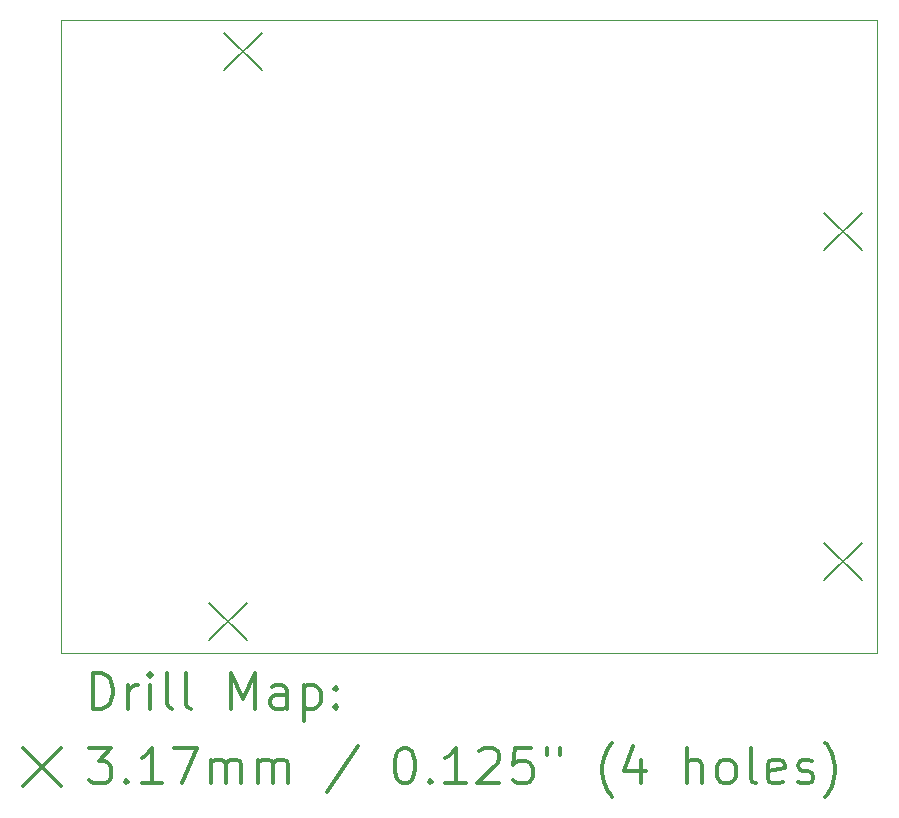
<source format=gbr>
%FSLAX45Y45*%
G04 Gerber Fmt 4.5, Leading zero omitted, Abs format (unit mm)*
G04 Created by KiCad (PCBNEW (after 2015-mar-04 BZR unknown)-product) date Fri 28 Oct 2016 11:36:10 AM CEST*
%MOMM*%
G01*
G04 APERTURE LIST*
%ADD10C,0.127000*%
%ADD11C,0.100000*%
%ADD12C,0.200000*%
%ADD13C,0.300000*%
G04 APERTURE END LIST*
D10*
D11*
X14833600Y-10515600D02*
X14833600Y-5156200D01*
X21742400Y-10515600D02*
X14833600Y-10515600D01*
X21742400Y-5156200D02*
X21742400Y-10515600D01*
X14833600Y-5156200D02*
X21742400Y-5156200D01*
D12*
X16088360Y-10087610D02*
X16405860Y-10405110D01*
X16405860Y-10087610D02*
X16088360Y-10405110D01*
X16215360Y-5261610D02*
X16532860Y-5579110D01*
X16532860Y-5261610D02*
X16215360Y-5579110D01*
X21295360Y-6785610D02*
X21612860Y-7103110D01*
X21612860Y-6785610D02*
X21295360Y-7103110D01*
X21295360Y-9579610D02*
X21612860Y-9897110D01*
X21612860Y-9579610D02*
X21295360Y-9897110D01*
D13*
X15100028Y-10986314D02*
X15100028Y-10686314D01*
X15171457Y-10686314D01*
X15214314Y-10700600D01*
X15242886Y-10729172D01*
X15257171Y-10757743D01*
X15271457Y-10814886D01*
X15271457Y-10857743D01*
X15257171Y-10914886D01*
X15242886Y-10943457D01*
X15214314Y-10972029D01*
X15171457Y-10986314D01*
X15100028Y-10986314D01*
X15400028Y-10986314D02*
X15400028Y-10786314D01*
X15400028Y-10843457D02*
X15414314Y-10814886D01*
X15428600Y-10800600D01*
X15457171Y-10786314D01*
X15485743Y-10786314D01*
X15585743Y-10986314D02*
X15585743Y-10786314D01*
X15585743Y-10686314D02*
X15571457Y-10700600D01*
X15585743Y-10714886D01*
X15600028Y-10700600D01*
X15585743Y-10686314D01*
X15585743Y-10714886D01*
X15771457Y-10986314D02*
X15742886Y-10972029D01*
X15728600Y-10943457D01*
X15728600Y-10686314D01*
X15928600Y-10986314D02*
X15900028Y-10972029D01*
X15885743Y-10943457D01*
X15885743Y-10686314D01*
X16271457Y-10986314D02*
X16271457Y-10686314D01*
X16371457Y-10900600D01*
X16471457Y-10686314D01*
X16471457Y-10986314D01*
X16742886Y-10986314D02*
X16742886Y-10829172D01*
X16728600Y-10800600D01*
X16700028Y-10786314D01*
X16642886Y-10786314D01*
X16614314Y-10800600D01*
X16742886Y-10972029D02*
X16714314Y-10986314D01*
X16642886Y-10986314D01*
X16614314Y-10972029D01*
X16600028Y-10943457D01*
X16600028Y-10914886D01*
X16614314Y-10886314D01*
X16642886Y-10872029D01*
X16714314Y-10872029D01*
X16742886Y-10857743D01*
X16885743Y-10786314D02*
X16885743Y-11086314D01*
X16885743Y-10800600D02*
X16914314Y-10786314D01*
X16971457Y-10786314D01*
X17000029Y-10800600D01*
X17014314Y-10814886D01*
X17028600Y-10843457D01*
X17028600Y-10929172D01*
X17014314Y-10957743D01*
X17000029Y-10972029D01*
X16971457Y-10986314D01*
X16914314Y-10986314D01*
X16885743Y-10972029D01*
X17157171Y-10957743D02*
X17171457Y-10972029D01*
X17157171Y-10986314D01*
X17142886Y-10972029D01*
X17157171Y-10957743D01*
X17157171Y-10986314D01*
X17157171Y-10800600D02*
X17171457Y-10814886D01*
X17157171Y-10829172D01*
X17142886Y-10814886D01*
X17157171Y-10800600D01*
X17157171Y-10829172D01*
X14511100Y-11321850D02*
X14828600Y-11639350D01*
X14828600Y-11321850D02*
X14511100Y-11639350D01*
X15071457Y-11316314D02*
X15257171Y-11316314D01*
X15157171Y-11430600D01*
X15200028Y-11430600D01*
X15228600Y-11444886D01*
X15242886Y-11459171D01*
X15257171Y-11487743D01*
X15257171Y-11559171D01*
X15242886Y-11587743D01*
X15228600Y-11602029D01*
X15200028Y-11616314D01*
X15114314Y-11616314D01*
X15085743Y-11602029D01*
X15071457Y-11587743D01*
X15385743Y-11587743D02*
X15400028Y-11602029D01*
X15385743Y-11616314D01*
X15371457Y-11602029D01*
X15385743Y-11587743D01*
X15385743Y-11616314D01*
X15685743Y-11616314D02*
X15514314Y-11616314D01*
X15600028Y-11616314D02*
X15600028Y-11316314D01*
X15571457Y-11359171D01*
X15542886Y-11387743D01*
X15514314Y-11402029D01*
X15785743Y-11316314D02*
X15985743Y-11316314D01*
X15857171Y-11616314D01*
X16100028Y-11616314D02*
X16100028Y-11416314D01*
X16100028Y-11444886D02*
X16114314Y-11430600D01*
X16142886Y-11416314D01*
X16185743Y-11416314D01*
X16214314Y-11430600D01*
X16228600Y-11459171D01*
X16228600Y-11616314D01*
X16228600Y-11459171D02*
X16242886Y-11430600D01*
X16271457Y-11416314D01*
X16314314Y-11416314D01*
X16342886Y-11430600D01*
X16357171Y-11459171D01*
X16357171Y-11616314D01*
X16500028Y-11616314D02*
X16500028Y-11416314D01*
X16500028Y-11444886D02*
X16514314Y-11430600D01*
X16542886Y-11416314D01*
X16585743Y-11416314D01*
X16614314Y-11430600D01*
X16628600Y-11459171D01*
X16628600Y-11616314D01*
X16628600Y-11459171D02*
X16642886Y-11430600D01*
X16671457Y-11416314D01*
X16714314Y-11416314D01*
X16742886Y-11430600D01*
X16757171Y-11459171D01*
X16757171Y-11616314D01*
X17342886Y-11302029D02*
X17085743Y-11687743D01*
X17728600Y-11316314D02*
X17757171Y-11316314D01*
X17785743Y-11330600D01*
X17800028Y-11344886D01*
X17814314Y-11373457D01*
X17828600Y-11430600D01*
X17828600Y-11502029D01*
X17814314Y-11559171D01*
X17800028Y-11587743D01*
X17785743Y-11602029D01*
X17757171Y-11616314D01*
X17728600Y-11616314D01*
X17700028Y-11602029D01*
X17685743Y-11587743D01*
X17671457Y-11559171D01*
X17657171Y-11502029D01*
X17657171Y-11430600D01*
X17671457Y-11373457D01*
X17685743Y-11344886D01*
X17700028Y-11330600D01*
X17728600Y-11316314D01*
X17957171Y-11587743D02*
X17971457Y-11602029D01*
X17957171Y-11616314D01*
X17942886Y-11602029D01*
X17957171Y-11587743D01*
X17957171Y-11616314D01*
X18257171Y-11616314D02*
X18085743Y-11616314D01*
X18171457Y-11616314D02*
X18171457Y-11316314D01*
X18142886Y-11359171D01*
X18114314Y-11387743D01*
X18085743Y-11402029D01*
X18371457Y-11344886D02*
X18385743Y-11330600D01*
X18414314Y-11316314D01*
X18485743Y-11316314D01*
X18514314Y-11330600D01*
X18528600Y-11344886D01*
X18542886Y-11373457D01*
X18542886Y-11402029D01*
X18528600Y-11444886D01*
X18357171Y-11616314D01*
X18542886Y-11616314D01*
X18814314Y-11316314D02*
X18671457Y-11316314D01*
X18657171Y-11459171D01*
X18671457Y-11444886D01*
X18700028Y-11430600D01*
X18771457Y-11430600D01*
X18800028Y-11444886D01*
X18814314Y-11459171D01*
X18828600Y-11487743D01*
X18828600Y-11559171D01*
X18814314Y-11587743D01*
X18800028Y-11602029D01*
X18771457Y-11616314D01*
X18700028Y-11616314D01*
X18671457Y-11602029D01*
X18657171Y-11587743D01*
X18942886Y-11316314D02*
X18942886Y-11373457D01*
X19057171Y-11316314D02*
X19057171Y-11373457D01*
X19500028Y-11730600D02*
X19485743Y-11716314D01*
X19457171Y-11673457D01*
X19442886Y-11644886D01*
X19428600Y-11602029D01*
X19414314Y-11530600D01*
X19414314Y-11473457D01*
X19428600Y-11402029D01*
X19442886Y-11359171D01*
X19457171Y-11330600D01*
X19485743Y-11287743D01*
X19500028Y-11273457D01*
X19742886Y-11416314D02*
X19742886Y-11616314D01*
X19671457Y-11302029D02*
X19600028Y-11516314D01*
X19785743Y-11516314D01*
X20128600Y-11616314D02*
X20128600Y-11316314D01*
X20257171Y-11616314D02*
X20257171Y-11459171D01*
X20242886Y-11430600D01*
X20214314Y-11416314D01*
X20171457Y-11416314D01*
X20142886Y-11430600D01*
X20128600Y-11444886D01*
X20442886Y-11616314D02*
X20414314Y-11602029D01*
X20400028Y-11587743D01*
X20385743Y-11559171D01*
X20385743Y-11473457D01*
X20400028Y-11444886D01*
X20414314Y-11430600D01*
X20442886Y-11416314D01*
X20485743Y-11416314D01*
X20514314Y-11430600D01*
X20528600Y-11444886D01*
X20542886Y-11473457D01*
X20542886Y-11559171D01*
X20528600Y-11587743D01*
X20514314Y-11602029D01*
X20485743Y-11616314D01*
X20442886Y-11616314D01*
X20714314Y-11616314D02*
X20685743Y-11602029D01*
X20671457Y-11573457D01*
X20671457Y-11316314D01*
X20942886Y-11602029D02*
X20914314Y-11616314D01*
X20857171Y-11616314D01*
X20828600Y-11602029D01*
X20814314Y-11573457D01*
X20814314Y-11459171D01*
X20828600Y-11430600D01*
X20857171Y-11416314D01*
X20914314Y-11416314D01*
X20942886Y-11430600D01*
X20957171Y-11459171D01*
X20957171Y-11487743D01*
X20814314Y-11516314D01*
X21071457Y-11602029D02*
X21100029Y-11616314D01*
X21157171Y-11616314D01*
X21185743Y-11602029D01*
X21200029Y-11573457D01*
X21200029Y-11559171D01*
X21185743Y-11530600D01*
X21157171Y-11516314D01*
X21114314Y-11516314D01*
X21085743Y-11502029D01*
X21071457Y-11473457D01*
X21071457Y-11459171D01*
X21085743Y-11430600D01*
X21114314Y-11416314D01*
X21157171Y-11416314D01*
X21185743Y-11430600D01*
X21300028Y-11730600D02*
X21314314Y-11716314D01*
X21342886Y-11673457D01*
X21357171Y-11644886D01*
X21371457Y-11602029D01*
X21385743Y-11530600D01*
X21385743Y-11473457D01*
X21371457Y-11402029D01*
X21357171Y-11359171D01*
X21342886Y-11330600D01*
X21314314Y-11287743D01*
X21300028Y-11273457D01*
M02*

</source>
